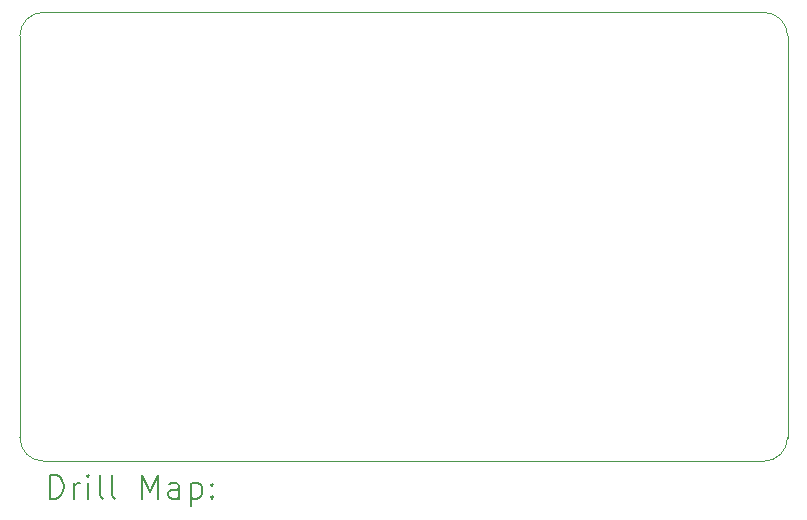
<source format=gbr>
%TF.GenerationSoftware,KiCad,Pcbnew,7.0.11*%
%TF.CreationDate,2024-11-27T22:18:02+00:00*%
%TF.ProjectId,project_x_pcb,70726f6a-6563-4745-9f78-5f7063622e6b,rev?*%
%TF.SameCoordinates,Original*%
%TF.FileFunction,Drillmap*%
%TF.FilePolarity,Positive*%
%FSLAX45Y45*%
G04 Gerber Fmt 4.5, Leading zero omitted, Abs format (unit mm)*
G04 Created by KiCad (PCBNEW 7.0.11) date 2024-11-27 22:18:02*
%MOMM*%
%LPD*%
G01*
G04 APERTURE LIST*
%ADD10C,0.100000*%
%ADD11C,0.200000*%
G04 APERTURE END LIST*
D10*
X6400000Y-8800000D02*
G75*
G03*
X6600000Y-9000000I200000J0D01*
G01*
X12900000Y-5400000D02*
G75*
G03*
X12700000Y-5200000I-200000J0D01*
G01*
X6400000Y-8800000D02*
X6400000Y-5400000D01*
X6600000Y-5200000D02*
G75*
G03*
X6400000Y-5400000I0J-200000D01*
G01*
X12900000Y-5400000D02*
X12900000Y-8800000D01*
X12700000Y-9000000D02*
X6600000Y-9000000D01*
X12700000Y-9000000D02*
G75*
G03*
X12900000Y-8800000I0J200000D01*
G01*
X6600000Y-5200000D02*
X12700000Y-5200000D01*
D11*
X6655777Y-9316484D02*
X6655777Y-9116484D01*
X6655777Y-9116484D02*
X6703396Y-9116484D01*
X6703396Y-9116484D02*
X6731967Y-9126008D01*
X6731967Y-9126008D02*
X6751015Y-9145055D01*
X6751015Y-9145055D02*
X6760539Y-9164103D01*
X6760539Y-9164103D02*
X6770062Y-9202198D01*
X6770062Y-9202198D02*
X6770062Y-9230770D01*
X6770062Y-9230770D02*
X6760539Y-9268865D01*
X6760539Y-9268865D02*
X6751015Y-9287912D01*
X6751015Y-9287912D02*
X6731967Y-9306960D01*
X6731967Y-9306960D02*
X6703396Y-9316484D01*
X6703396Y-9316484D02*
X6655777Y-9316484D01*
X6855777Y-9316484D02*
X6855777Y-9183150D01*
X6855777Y-9221246D02*
X6865301Y-9202198D01*
X6865301Y-9202198D02*
X6874824Y-9192674D01*
X6874824Y-9192674D02*
X6893872Y-9183150D01*
X6893872Y-9183150D02*
X6912920Y-9183150D01*
X6979586Y-9316484D02*
X6979586Y-9183150D01*
X6979586Y-9116484D02*
X6970062Y-9126008D01*
X6970062Y-9126008D02*
X6979586Y-9135531D01*
X6979586Y-9135531D02*
X6989110Y-9126008D01*
X6989110Y-9126008D02*
X6979586Y-9116484D01*
X6979586Y-9116484D02*
X6979586Y-9135531D01*
X7103396Y-9316484D02*
X7084348Y-9306960D01*
X7084348Y-9306960D02*
X7074824Y-9287912D01*
X7074824Y-9287912D02*
X7074824Y-9116484D01*
X7208158Y-9316484D02*
X7189110Y-9306960D01*
X7189110Y-9306960D02*
X7179586Y-9287912D01*
X7179586Y-9287912D02*
X7179586Y-9116484D01*
X7436729Y-9316484D02*
X7436729Y-9116484D01*
X7436729Y-9116484D02*
X7503396Y-9259341D01*
X7503396Y-9259341D02*
X7570062Y-9116484D01*
X7570062Y-9116484D02*
X7570062Y-9316484D01*
X7751015Y-9316484D02*
X7751015Y-9211722D01*
X7751015Y-9211722D02*
X7741491Y-9192674D01*
X7741491Y-9192674D02*
X7722443Y-9183150D01*
X7722443Y-9183150D02*
X7684348Y-9183150D01*
X7684348Y-9183150D02*
X7665301Y-9192674D01*
X7751015Y-9306960D02*
X7731967Y-9316484D01*
X7731967Y-9316484D02*
X7684348Y-9316484D01*
X7684348Y-9316484D02*
X7665301Y-9306960D01*
X7665301Y-9306960D02*
X7655777Y-9287912D01*
X7655777Y-9287912D02*
X7655777Y-9268865D01*
X7655777Y-9268865D02*
X7665301Y-9249817D01*
X7665301Y-9249817D02*
X7684348Y-9240293D01*
X7684348Y-9240293D02*
X7731967Y-9240293D01*
X7731967Y-9240293D02*
X7751015Y-9230770D01*
X7846253Y-9183150D02*
X7846253Y-9383150D01*
X7846253Y-9192674D02*
X7865301Y-9183150D01*
X7865301Y-9183150D02*
X7903396Y-9183150D01*
X7903396Y-9183150D02*
X7922443Y-9192674D01*
X7922443Y-9192674D02*
X7931967Y-9202198D01*
X7931967Y-9202198D02*
X7941491Y-9221246D01*
X7941491Y-9221246D02*
X7941491Y-9278389D01*
X7941491Y-9278389D02*
X7931967Y-9297436D01*
X7931967Y-9297436D02*
X7922443Y-9306960D01*
X7922443Y-9306960D02*
X7903396Y-9316484D01*
X7903396Y-9316484D02*
X7865301Y-9316484D01*
X7865301Y-9316484D02*
X7846253Y-9306960D01*
X8027205Y-9297436D02*
X8036729Y-9306960D01*
X8036729Y-9306960D02*
X8027205Y-9316484D01*
X8027205Y-9316484D02*
X8017682Y-9306960D01*
X8017682Y-9306960D02*
X8027205Y-9297436D01*
X8027205Y-9297436D02*
X8027205Y-9316484D01*
X8027205Y-9192674D02*
X8036729Y-9202198D01*
X8036729Y-9202198D02*
X8027205Y-9211722D01*
X8027205Y-9211722D02*
X8017682Y-9202198D01*
X8017682Y-9202198D02*
X8027205Y-9192674D01*
X8027205Y-9192674D02*
X8027205Y-9211722D01*
M02*

</source>
